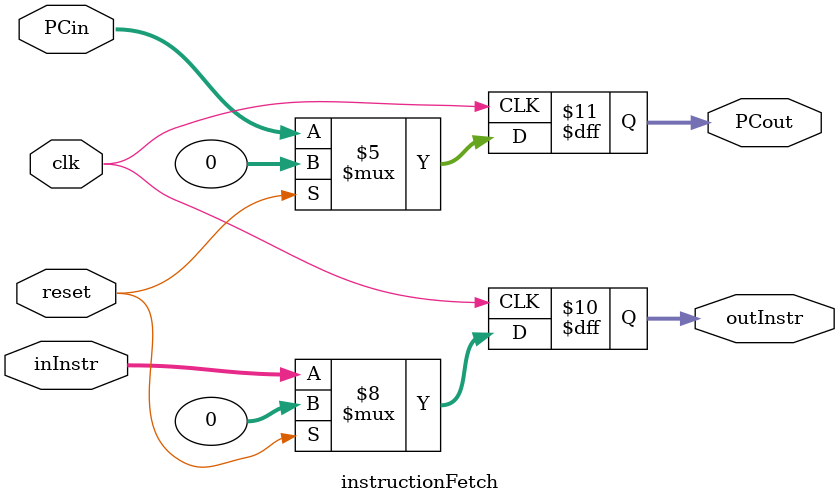
<source format=v>
`timescale 1ns / 1ps
module instructionFetch(
    input clk,
	 input reset,
	 input [31:0]inInstr,
	 input [31:0]PCin,
	 output reg [31:0]outInstr,
	 output reg [31:0]PCout
    );
	 
initial begin
	PCout<=32'b0;
	outInstr<=32'b0;
end

always @(posedge clk)
begin
		if(reset==1'b1)
			begin
			outInstr<=0;
			PCout<=0;
			end
		else
			begin
			outInstr<=inInstr;
			PCout<=PCin;
			end
		end


endmodule

</source>
